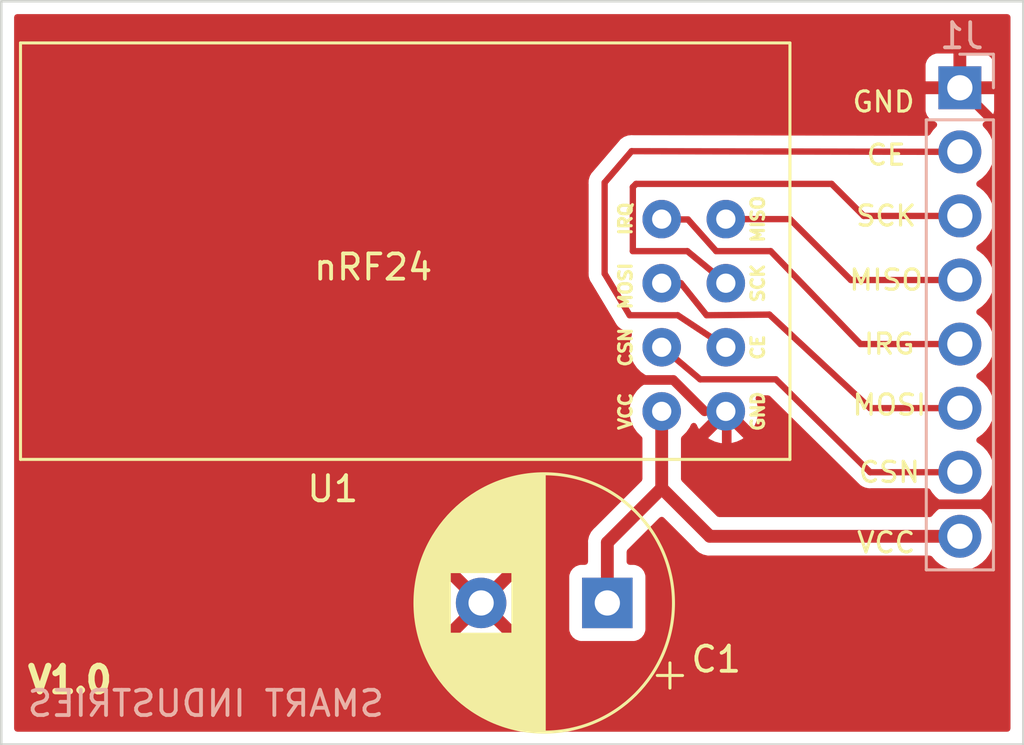
<source format=kicad_pcb>
(kicad_pcb (version 20211014) (generator pcbnew)
  (title_block (title "nRF24 breakout Board") (date "2022-05-22") (rev "1.0") (company "SMART INDUSTRIES") (comment 1 "CEO"))
  (layers (0 "F.Cu" signal) (31 "B.Cu" signal) (34 "B.Paste" user) (35 "F.Paste" user) (36 "B.SilkS" user "B.Silkscreen") (37 "F.SilkS" user "F.Silkscreen") (38 "B.Mask" user) (39 "F.Mask" user) (44 "Edge.Cuts" user))
  (net 0 "")
  (net 1 "Net-(C1-Pad1)")
  (net 2 "Net-(C1-Pad2)")
  (net 3 "Net-(J1-Pad2)")
  (net 4 "Net-(J1-Pad3)")
  (net 5 "Net-(J1-Pad4)")
  (net 6 "Net-(J1-Pad5)")
  (net 7 "Net-(J1-Pad6)")
  (net 8 "Net-(J1-Pad7)")
  (footprint "Capacitor_THT:CP_Radial_D10.0mm_P5.00mm" (layer "F.Cu") (at 154.945477 101.7016 180)
    (fp_text reference "C1" (at -4.312523 -2.2352) (layer "F.SilkS"))
    (fp_text value "10uF")
    (fp_line (start 4.701 1.241) (end 4.701 4.584) (layer "F.SilkS") (width 0.12))
    (fp_line (start 4.501 1.241) (end 4.501 4.674) (layer "F.SilkS") (width 0.12))
    (fp_line (start 5.181 -4.323) (end 5.181 -1.241) (layer "F.SilkS") (width 0.12))
    (fp_line (start 6.661 -2.945) (end 6.661 2.945) (layer "F.SilkS") (width 0.12))
    (fp_line (start 3.741 -4.928) (end 3.741 4.928) (layer "F.SilkS") (width 0.12))
    (fp_line (start 2.66 -5.078) (end 2.66 5.078) (layer "F.SilkS") (width 0.12))
    (fp_line (start 6.101 1.241) (end 6.101 3.601) (layer "F.SilkS") (width 0.12))
    (fp_line (start 3.621 -4.956) (end 3.621 4.956) (layer "F.SilkS") (width 0.12))
    (fp_line (start 5.781 1.241) (end 5.781 3.892) (layer "F.SilkS") (width 0.12))
    (fp_line (start 5.381 -4.194) (end 5.381 -1.241) (layer "F.SilkS") (width 0.12))
    (fp_line (start 5.061 -4.395) (end 5.061 -1.241) (layer "F.SilkS") (width 0.12))
    (fp_line (start 7.261 -1.846) (end 7.261 1.846) (layer "F.SilkS") (width 0.12))
    (fp_line (start 7.221 -1.944) (end 7.221 1.944) (layer "F.SilkS") (width 0.12))
    (fp_line (start 7.421 -1.378) (end 7.421 1.378) (layer "F.SilkS") (width 0.12))
    (fp_line (start 5.341 1.241) (end 5.341 4.221) (layer "F.SilkS") (width 0.12))
    (fp_line (start 3.18 -5.035) (end 3.18 5.035) (layer "F.SilkS") (width 0.12))
    (fp_line (start 5.461 1.241) (end 5.461 4.138) (layer "F.SilkS") (width 0.12))
    (fp_line (start 5.901 -3.789) (end 5.901 -1.241) (layer "F.SilkS") (width 0.12))
    (fp_line (start 5.181 1.241) (end 5.181 4.323) (layer "F.SilkS") (width 0.12))
    (fp_line (start 5.941 1.241) (end 5.941 3.753) (layer "F.SilkS") (width 0.12))
    (fp_line (start 5.621 1.241) (end 5.621 4.02) (layer "F.SilkS") (width 0.12))
    (fp_line (start 6.781 -2.77) (end 6.781 2.77) (layer "F.SilkS") (width 0.12))
    (fp_line (start 4.541 1.241) (end 4.541 4.657) (layer "F.SilkS") (width 0.12))
    (fp_line (start 3.981 1.241) (end 3.981 4.862) (layer "F.SilkS") (width 0.12))
    (fp_line (start 7.541 -0.862) (end 7.541 0.862) (layer "F.SilkS") (width 0.12))
    (fp_line (start 5.301 1.241) (end 5.301 4.247) (layer "F.SilkS") (width 0.12))
    (fp_line (start 3.341 -5.011) (end 3.341 5.011) (layer "F.SilkS") (width 0.12))
    (fp_line (start 3.381 -5.004) (end 3.381 5.004) (layer "F.SilkS") (width 0.12))
    (fp_line (start 3.941 -4.874) (end 3.941 -1.241) (layer "F.SilkS") (width 0.12))
    (fp_line (start 4.341 1.241) (end 4.341 4.738) (layer "F.SilkS") (width 0.12))
    (fp_line (start 6.221 -3.478) (end 6.221 -1.241) (layer "F.SilkS") (width 0.12))
    (fp_line (start 2.94 -5.062) (end 2.94 5.062) (layer "F.SilkS") (width 0.12))
    (fp_line (start 7.581 -0.599) (end 7.581 0.599) (layer "F.SilkS") (width 0.12))
    (fp_line (start 5.501 -4.11) (end 5.501 -1.241) (layer "F.SilkS") (width 0.12))
    (fp_line (start 3.821 1.241) (end 3.821 4.907) (layer "F.SilkS") (width 0.12))
    (fp_line (start 5.621 -4.02) (end 5.621 -1.241) (layer "F.SilkS") (width 0.12))
    (fp_line (start 6.981 -2.439) (end 6.981 2.439) (layer "F.SilkS") (width 0.12))
    (fp_line (start 6.381 -3.301) (end 6.381 3.301) (layer "F.SilkS") (width 0.12))
    (fp_line (start 4.941 -4.462) (end 4.941 -1.241) (layer "F.SilkS") (width 0.12))
    (fp_line (start 4.541 -4.657) (end 4.541 -1.241) (layer "F.SilkS") (width 0.12))
    (fp_line (start 3.14 -5.04) (end 3.14 5.04) (layer "F.SilkS") (width 0.12))
    (fp_line (start 3.461 -4.99) (end 3.461 4.99) (layer "F.SilkS") (width 0.12))
    (fp_line (start 5.341 -4.221) (end 5.341 -1.241) (layer "F.SilkS") (width 0.12))
    (fp_line (start 4.621 -4.621) (end 4.621 -1.241) (layer "F.SilkS") (width 0.12))
    (fp_line (start 6.181 1.241) (end 6.181 3.52) (layer "F.SilkS") (width 0.12))
    (fp_line (start 4.981 -4.44) (end 4.981 -1.241) (layer "F.SilkS") (width 0.12))
    (fp_line (start 6.421 -3.254) (end 6.421 3.254) (layer "F.SilkS") (width 0.12))
    (fp_line (start 7.021 -2.365) (end 7.021 2.365) (layer "F.SilkS") (width 0.12))
    (fp_line (start 4.861 1.241) (end 4.861 4.504) (layer "F.SilkS") (width 0.12))
    (fp_line (start 2.78 -5.073) (end 2.78 5.073) (layer "F.SilkS") (width 0.12))
    (fp_line (start 7.461 -1.23) (end 7.461 1.23) (layer "F.SilkS") (width 0.12))
    (fp_line (start 4.821 1.241) (end 4.821 4.525) (layer "F.SilkS") (width 0.12))
    (fp_line (start -2.979646 -2.875) (end -1.979646 -2.875) (layer "F.SilkS") (width 0.12))
    (fp_line (start 4.821 -4.525) (end 4.821 -1.241) (layer "F.SilkS") (width 0.12))
    (fp_line (start 5.941 -3.753) (end 5.941 -1.241) (layer "F.SilkS") (width 0.12))
    (fp_line (start 4.461 1.241) (end 4.461 4.69) (layer "F.SilkS") (width 0.12))
    (fp_line (start 5.221 -4.298) (end 5.221 -1.241) (layer "F.SilkS") (width 0.12))
    (fp_line (start 4.261 -4.768) (end 4.261 -1.241) (layer "F.SilkS") (width 0.12))
    (fp_line (start 3.661 -4.947) (end 3.661 4.947) (layer "F.SilkS") (width 0.12))
    (fp_line (start 5.981 1.241) (end 5.981 3.716) (layer "F.SilkS") (width 0.12))
    (fp_line (start 4.421 1.241) (end 4.421 4.707) (layer "F.SilkS") (width 0.12))
    (fp_line (start 4.581 1.241) (end 4.581 4.639) (layer "F.SilkS") (width 0.12))
    (fp_line (start 6.461 -3.206) (end 6.461 3.206) (layer "F.SilkS") (width 0.12))
    (fp_line (start 7.381 -1.51) (end 7.381 1.51) (layer "F.SilkS") (width 0.12))
    (fp_line (start 4.581 -4.639) (end 4.581 -1.241) (layer "F.SilkS") (width 0.12))
    (fp_line (start 6.261 -3.436) (end 6.261 3.436) (layer "F.SilkS") (width 0.12))
    (fp_line (start 5.741 -3.925) (end 5.741 -1.241) (layer "F.SilkS") (width 0.12))
    (fp_line (start 5.901 1.241) (end 5.901 3.789) (layer "F.SilkS") (width 0.12))
    (fp_line (start 5.461 -4.138) (end 5.461 -1.241) (layer "F.SilkS") (width 0.12))
    (fp_line (start 3.541 -4.974) (end 3.541 4.974) (layer "F.SilkS") (width 0.12))
    (fp_line (start 4.781 1.241) (end 4.781 4.545) (layer "F.SilkS") (width 0.12))
    (fp_line (start 3.06 -5.05) (end 3.06 5.05) (layer "F.SilkS") (width 0.12))
    (fp_line (start 6.141 1.241) (end 6.141 3.561) (layer "F.SilkS") (width 0.12))
    (fp_line (start 6.581 -3.054) (end 6.581 3.054) (layer "F.SilkS") (width 0.12))
    (fp_line (start 3.821 -4.907) (end 3.821 -1.241) (layer "F.SilkS") (width 0.12))
    (fp_line (start 2.62 -5.079) (end 2.62 5.079) (layer "F.SilkS") (width 0.12))
    (fp_line (start 4.261 1.241) (end 4.261 4.768) (layer "F.SilkS") (width 0.12))
    (fp_line (start 3.261 -5.024) (end 3.261 5.024) (layer "F.SilkS") (width 0.12))
    (fp_line (start 4.741 -4.564) (end 4.741 -1.241) (layer "F.SilkS") (width 0.12))
    (fp_line (start 2.9 -5.065) (end 2.9 5.065) (layer "F.SilkS") (width 0.12))
    (fp_line (start 4.701 -4.584) (end 4.701 -1.241) (layer "F.SilkS") (width 0.12))
    (fp_line (start 2.58 -5.08) (end 2.58 5.08) (layer "F.SilkS") (width 0.12))
    (fp_line (start 3.701 -4.938) (end 3.701 4.938) (layer "F.SilkS") (width 0.12))
    (fp_line (start 4.061 1.241) (end 4.061 4.837) (layer "F.SilkS") (width 0.12))
    (fp_line (start 4.501 -4.674) (end 4.501 -1.241) (layer "F.SilkS") (width 0.12))
    (fp_line (start 5.221 1.241) (end 5.221 4.298) (layer "F.SilkS") (width 0.12))
    (fp_line (start 4.981 1.241) (end 4.981 4.44) (layer "F.SilkS") (width 0.12))
    (fp_line (start 5.421 -4.166) (end 5.421 -1.241) (layer "F.SilkS") (width 0.12))
    (fp_line (start 6.701 -2.889) (end 6.701 2.889) (layer "F.SilkS") (width 0.12))
    (fp_line (start 5.781 -3.892) (end 5.781 -1.241) (layer "F.SilkS") (width 0.12))
    (fp_line (start 6.341 -3.347) (end 6.341 3.347) (layer "F.SilkS") (width 0.12))
    (fp_line (start 5.301 -4.247) (end 5.301 -1.241) (layer "F.SilkS") (width 0.12))
    (fp_line (start 4.661 1.241) (end 4.661 4.603) (layer "F.SilkS") (width 0.12))
    (fp_line (start 3.781 -4.918) (end 3.781 -1.241) (layer "F.SilkS") (width 0.12))
    (fp_line (start 3.02 -5.054) (end 3.02 5.054) (layer "F.SilkS") (width 0.12))
    (fp_line (start 5.021 -4.417) (end 5.021 -1.241) (layer "F.SilkS") (width 0.12))
    (fp_line (start 3.501 -4.982) (end 3.501 4.982) (layer "F.SilkS") (width 0.12))
    (fp_line (start 5.541 1.241) (end 5.541 4.08) (layer "F.SilkS") (width 0.12))
    (fp_line (start 2.54 -5.08) (end 2.54 5.08) (layer "F.SilkS") (width 0.12))
    (fp_line (start 5.661 -3.989) (end 5.661 -1.241) (layer "F.SilkS") (width 0.12))
    (fp_line (start 6.021 -3.679) (end 6.021 -1.241) (layer "F.SilkS") (width 0.12))
    (fp_line (start 6.741 -2.83) (end 6.741 2.83) (layer "F.SilkS") (width 0.12))
    (fp_line (start 5.501 1.241) (end 5.501 4.11) (layer "F.SilkS") (width 0.12))
    (fp_line (start 3.981 -4.862) (end 3.981 -1.241) (layer "F.SilkS") (width 0.12))
    (fp_line (start 3.861 -4.897) (end 3.861 -1.241) (layer "F.SilkS") (width 0.12))
    (fp_line (start 4.061 -4.837) (end 4.061 -1.241) (layer "F.SilkS") (width 0.12))
    (fp_line (start 4.221 -4.783) (end 4.221 -1.241) (layer "F.SilkS") (width 0.12))
    (fp_line (start 5.821 -3.858) (end 5.821 -1.241) (layer "F.SilkS") (width 0.12))
    (fp_line (start 3.421 -4.997) (end 3.421 4.997) (layer "F.SilkS") (width 0.12))
    (fp_line (start 4.301 -4.754) (end 4.301 -1.241) (layer "F.SilkS") (width 0.12))
    (fp_line (start 6.901 -2.579) (end 6.901 2.579) (layer "F.SilkS") (width 0.12))
    (fp_line (start 6.141 -3.561) (end 6.141 -1.241) (layer "F.SilkS") (width 0.12))
    (fp_line (start 5.701 -3.957) (end 5.701 -1.241) (layer "F.SilkS") (width 0.12))
    (fp_line (start 5.741 1.241) (end 5.741 3.925) (layer "F.SilkS") (width 0.12))
    (fp_line (start 6.501 -3.156) (end 6.501 3.156) (layer "F.SilkS") (width 0.12))
    (fp_line (start 3.221 -5.03) (end 3.221 5.03) (layer "F.SilkS") (width 0.12))
    (fp_line (start 3.1 -5.045) (end 3.1 5.045) (layer "F.SilkS") (width 0.12))
    (fp_line (start 2.86 -5.068) (end 2.86 5.068) (layer "F.SilkS") (width 0.12))
    (fp_line (start 3.901 -4.885) (end 3.901 -1.241) (layer "F.SilkS") (width 0.12))
    (fp_line (start 5.261 1.241) (end 5.261 4.273) (layer "F.SilkS") (width 0.12))
    (fp_line (start 4.621 1.241) (end 4.621 4.621) (layer "F.SilkS") (width 0.12))
    (fp_line (start 4.221 1.241) (end 4.221 4.783) (layer "F.SilkS") (width 0.12))
    (fp_line (start 5.541 -4.08) (end 5.541 -1.241) (layer "F.SilkS") (width 0.12))
    (fp_line (start 6.541 -3.106) (end 6.541 3.106) (layer "F.SilkS") (width 0.12))
    (fp_line (start 5.581 1.241) (end 5.581 4.05) (layer "F.SilkS") (width 0.12))
    (fp_line (start 5.661 1.241) (end 5.661 3.989) (layer "F.SilkS") (width 0.12))
    (fp_line (start 4.181 1.241) (end 4.181 4.797) (layer "F.SilkS") (width 0.12))
    (fp_line (start 5.421 1.241) (end 5.421 4.166) (layer "F.SilkS") (width 0.12))
    (fp_line (start 4.021 1.241) (end 4.021 4.85) (layer "F.SilkS") (width 0.12))
    (fp_line (start 7.341 -1.63) (end 7.341 1.63) (layer "F.SilkS") (width 0.12))
    (fp_line (start 5.101 1.241) (end 5.101 4.371) (layer "F.SilkS") (width 0.12))
    (fp_line (start 7.141 -2.125) (end 7.141 2.125) (layer "F.SilkS") (width 0.12))
    (fp_line (start 5.981 -3.716) (end 5.981 -1.241) (layer "F.SilkS") (width 0.12))
    (fp_line (start 5.021 1.241) (end 5.021 4.417) (layer "F.SilkS") (width 0.12))
    (fp_line (start 5.141 1.241) (end 5.141 4.347) (layer "F.SilkS") (width 0.12))
    (fp_line (start 6.061 1.241) (end 6.061 3.64) (layer "F.SilkS") (width 0.12))
    (fp_line (start 4.661 -4.603) (end 4.661 -1.241) (layer "F.SilkS") (width 0.12))
    (fp_line (start -2.479646 -3.375) (end -2.479646 -2.375) (layer "F.SilkS") (width 0.12))
    (fp_line (start 5.381 1.241) (end 5.381 4.194) (layer "F.SilkS") (width 0.12))
    (fp_line (start 5.261 -4.273) (end 5.261 -1.241) (layer "F.SilkS") (width 0.12))
    (fp_line (start 4.101 -4.824) (end 4.101 -1.241) (layer "F.SilkS") (width 0.12))
    (fp_line (start 6.821 -2.709) (end 6.821 2.709) (layer "F.SilkS") (width 0.12))
    (fp_line (start 6.181 -3.52) (end 6.181 -1.241) (layer "F.SilkS") (width 0.12))
    (fp_line (start 4.741 1.241) (end 4.741 4.564) (layer "F.SilkS") (width 0.12))
    (fp_line (start 3.901 1.241) (end 3.901 4.885) (layer "F.SilkS") (width 0.12))
    (fp_line (start 7.101 -2.209) (end 7.101 2.209) (layer "F.SilkS") (width 0.12))
    (fp_line (start 6.101 -3.601) (end 6.101 -1.241) (layer "F.SilkS") (width 0.12))
    (fp_line (start 2.7 -5.077) (end 2.7 5.077) (layer "F.SilkS") (width 0.12))
    (fp_line (start 5.141 -4.347) (end 5.141 -1.241) (layer "F.SilkS") (width 0.12))
    (fp_line (start 4.341 -4.738) (end 4.341 -1.241) (layer "F.SilkS") (width 0.12))
    (fp_line (start 4.861 -4.504) (end 4.861 -1.241) (layer "F.SilkS") (width 0.12))
    (fp_line (start 4.021 -4.85) (end 4.021 -1.241) (layer "F.SilkS") (width 0.12))
    (fp_line (start 4.381 1.241) (end 4.381 4.723) (layer "F.SilkS") (width 0.12))
    (fp_line (start 4.781 -4.545) (end 4.781 -1.241) (layer "F.SilkS") (width 0.12))
    (fp_line (start 3.781 1.241) (end 3.781 4.918) (layer "F.SilkS") (width 0.12))
    (fp_line (start 3.941 1.241) (end 3.941 4.874) (layer "F.SilkS") (width 0.12))
    (fp_line (start 6.061 -3.64) (end 6.061 -1.241) (layer "F.SilkS") (width 0.12))
    (fp_line (start 5.581 -4.05) (end 5.581 -1.241) (layer "F.SilkS") (width 0.12))
    (fp_line (start 4.301 1.241) (end 4.301 4.754) (layer "F.SilkS") (width 0.12))
    (fp_line (start 5.821 1.241) (end 5.821 3.858) (layer "F.SilkS") (width 0.12))
    (fp_line (start 6.021 1.241) (end 6.021 3.679) (layer "F.SilkS") (width 0.12))
    (fp_line (start 5.061 1.241) (end 5.061 4.395) (layer "F.SilkS") (width 0.12))
    (fp_line (start 4.901 -4.483) (end 4.901 -1.241) (layer "F.SilkS") (width 0.12))
    (fp_line (start 2.98 -5.058) (end 2.98 5.058) (layer "F.SilkS") (width 0.12))
    (fp_line (start 2.82 -5.07) (end 2.82 5.07) (layer "F.SilkS") (width 0.12))
    (fp_line (start 4.901 1.241) (end 4.901 4.483) (layer "F.SilkS") (width 0.12))
    (fp_line (start 7.501 -1.062) (end 7.501 1.062) (layer "F.SilkS") (width 0.12))
    (fp_line (start 7.181 -2.037) (end 7.181 2.037) (layer "F.SilkS") (width 0.12))
    (fp_line (start 5.861 1.241) (end 5.861 3.824) (layer "F.SilkS") (width 0.12))
    (fp_line (start 4.141 -4.811) (end 4.141 -1.241) (layer "F.SilkS") (width 0.12))
    (fp_line (start 2.5 -5.08) (end 2.5 5.08) (layer "F.SilkS") (width 0.12))
    (fp_line (start 5.701 1.241) (end 5.701 3.957) (layer "F.SilkS") (width 0.12))
    (fp_line (start 2.74 -5.075) (end 2.74 5.075) (layer "F.SilkS") (width 0.12))
    (fp_line (start 3.581 -4.965) (end 3.581 4.965) (layer "F.SilkS") (width 0.12))
    (fp_line (start 6.221 1.241) (end 6.221 3.478) (layer "F.SilkS") (width 0.12))
    (fp_line (start 6.941 -2.51) (end 6.941 2.51) (layer "F.SilkS") (width 0.12))
    (fp_line (start 3.301 -5.018) (end 3.301 5.018) (layer "F.SilkS") (width 0.12))
    (fp_line (start 4.181 -4.797) (end 4.181 -1.241) (layer "F.SilkS") (width 0.12))
    (fp_line (start 6.621 -3) (end 6.621 3) (layer "F.SilkS") (width 0.12))
    (fp_line (start 4.101 1.241) (end 4.101 4.824) (layer "F.SilkS") (width 0.12))
    (fp_line (start 7.301 -1.742) (end 7.301 1.742) (layer "F.SilkS") (width 0.12))
    (fp_line (start 5.101 -4.371) (end 5.101 -1.241) (layer "F.SilkS") (width 0.12))
    (fp_line (start 4.941 1.241) (end 4.941 4.462) (layer "F.SilkS") (width 0.12))
    (fp_line (start 4.141 1.241) (end 4.141 4.811) (layer "F.SilkS") (width 0.12))
    (fp_line (start 4.461 -4.69) (end 4.461 -1.241) (layer "F.SilkS") (width 0.12))
    (fp_line (start 3.861 1.241) (end 3.861 4.897) (layer "F.SilkS") (width 0.12))
    (fp_line (start 7.061 -2.289) (end 7.061 2.289) (layer "F.SilkS") (width 0.12))
    (fp_line (start 5.861 -3.824) (end 5.861 -1.241) (layer "F.SilkS") (width 0.12))
    (fp_line (start 4.381 -4.723) (end 4.381 -1.241) (layer "F.SilkS") (width 0.12))
    (fp_line (start 6.301 -3.392) (end 6.301 3.392) (layer "F.SilkS") (width 0.12))
    (fp_line (start 6.861 -2.645) (end 6.861 2.645) (layer "F.SilkS") (width 0.12))
    (fp_line (start 4.421 -4.707) (end 4.421 -1.241) (layer "F.SilkS") (width 0.12))
    (fp_circle (center 2.5 0) (end 7.62 0) (layer "F.SilkS") (width 0.12) (fill none))
    (pad "1" thru_hole rect (at 0 0 180) (size 2 2) (drill 1) (layers *.Cu *.Mask) (net 1 "Net-(C1-Pad1)"))
    (pad "2" thru_hole circle (at 5 0 180) (size 2 2) (drill 1) (layers *.Cu *.Mask) (net 2 "Net-(C1-Pad2)"))
  )
  (footprint "CustomFootprints:nRF24" (layer "F.Cu") (at 153.289 90.932)
    (fp_text reference "U1" (at -9.2202 6.2484 unlocked) (layer "F.SilkS"))
    (fp_text value "nRF24" (at -7.62 -2.54 unlocked) (layer "F.SilkS"))
    (fp_text user "SCK" (at 7.62 -1.905 90 unlocked) (layer "F.SilkS") (effects (font (size 0.5 0.5) (thickness 0.125))))
    (fp_text user "MOSI" (at 2.377 -1.791 90 unlocked) (layer "F.SilkS") (effects (font (size 0.5 0.5) (thickness 0.125))))
    (fp_text user "IRQ" (at 2.377 -4.458 90 unlocked) (layer "F.SilkS") (effects (font (size 0.5 0.5) (thickness 0.125))))
    (fp_text user "GND" (at 7.62 3.175 90 unlocked) (layer "F.SilkS") (effects (font (size 0.5 0.5) (thickness 0.125))))
    (fp_text user "CE" (at 7.62 0.635 90 unlocked) (layer "F.SilkS") (effects (font (size 0.5 0.5) (thickness 0.125))))
    (fp_text user "CSN" (at 2.377 0.635 90 unlocked) (layer "F.SilkS") (effects (font (size 0.5 0.5) (thickness 0.125))))
    (fp_text user "VCC" (at 2.377 3.175 90 unlocked) (layer "F.SilkS") (effects (font (size 0.5 0.5) (thickness 0.125))))
    (fp_text user "MISO" (at 7.62 -4.445 90 unlocked) (layer "F.SilkS") (effects (font (size 0.5 0.5) (thickness 0.125))))
    (fp_line (start 8.89 -11.43) (end -21.59 -11.43) (layer "F.SilkS") (width 0.12))
    (fp_line (start -21.59 5.08) (end 8.89 5.08) (layer "F.SilkS") (width 0.12))
    (fp_line (start -21.59 -11.43) (end -21.59 5.08) (layer "F.SilkS") (width 0.12))
    (fp_line (start 8.89 5.08) (end 8.89 -11.43) (layer "F.SilkS") (width 0.12))
    (pad "0" thru_hole circle (at 6.35 3.175) (size 1.524 1.524) (drill 0.762) (layers *.Cu *.Mask) (net 2 "Net-(C1-Pad2)"))
    (pad "1" thru_hole circle (at 6.35 0.635) (size 1.524 1.524) (drill 0.762) (layers *.Cu *.Mask) (net 3 "Net-(J1-Pad2)"))
    (pad "2" thru_hole circle (at 6.35 -1.905) (size 1.524 1.524) (drill 0.762) (layers *.Cu *.Mask) (net 4 "Net-(J1-Pad3)"))
    (pad "3" thru_hole circle (at 6.35 -4.445) (size 1.524 1.524) (drill 0.762) (layers *.Cu *.Mask) (net 5 "Net-(J1-Pad4)"))
    (pad "4" thru_hole circle (at 3.81 -4.445) (size 1.524 1.524) (drill 0.762) (layers *.Cu *.Mask) (net 6 "Net-(J1-Pad5)"))
    (pad "5" thru_hole circle (at 3.81 -1.905) (size 1.524 1.524) (drill 0.762) (layers *.Cu *.Mask) (net 7 "Net-(J1-Pad6)"))
    (pad "6" thru_hole circle (at 3.81 0.635) (size 1.524 1.524) (drill 0.762) (layers *.Cu *.Mask) (net 8 "Net-(J1-Pad7)"))
    (pad "7" thru_hole circle (at 3.81 3.175) (size 1.524 1.524) (drill 0.762) (layers *.Cu *.Mask) (net 1 "Net-(C1-Pad1)"))
  )
  (footprint "Connector_PinHeader_2.54mm:PinHeader_1x08_P2.54mm_Vertical" (layer "B.Cu") (at 168.91 81.28 180)
    (fp_text reference "J1" (at -0.0762 2.0574) (layer "B.SilkS") (effects (justify mirror)))
    (fp_text value "Conn_01x08_Male")
    (fp_line (start -1.33 -19.11) (end 1.33 -19.11) (layer "B.SilkS") (width 0.12))
    (fp_line (start 1.33 -1.27) (end 1.33 -19.11) (layer "B.SilkS") (width 0.12))
    (fp_line (start -1.33 -1.27) (end 1.33 -1.27) (layer "B.SilkS") (width 0.12))
    (fp_line (start -1.33 1.33) (end 0 1.33) (layer "B.SilkS") (width 0.12))
    (fp_line (start -1.33 0) (end -1.33 1.33) (layer "B.SilkS") (width 0.12))
    (fp_line (start -1.33 -1.27) (end -1.33 -19.11) (layer "B.SilkS") (width 0.12))
    (pad "1" thru_hole rect (at 0 0 180) (size 1.7 1.7) (drill 1) (layers *.Cu *.Mask) (net 2 "Net-(C1-Pad2)"))
    (pad "2" thru_hole oval (at 0 -2.54 180) (size 1.7 1.7) (drill 1) (layers *.Cu *.Mask) (net 3 "Net-(J1-Pad2)"))
    (pad "3" thru_hole oval (at 0 -5.08 180) (size 1.7 1.7) (drill 1) (layers *.Cu *.Mask) (net 4 "Net-(J1-Pad3)"))
    (pad "4" thru_hole oval (at 0 -7.62 180) (size 1.7 1.7) (drill 1) (layers *.Cu *.Mask) (net 5 "Net-(J1-Pad4)"))
    (pad "5" thru_hole oval (at 0 -10.16 180) (size 1.7 1.7) (drill 1) (layers *.Cu *.Mask) (net 6 "Net-(J1-Pad5)"))
    (pad "6" thru_hole oval (at 0 -12.7 180) (size 1.7 1.7) (drill 1) (layers *.Cu *.Mask) (net 7 "Net-(J1-Pad6)"))
    (pad "7" thru_hole oval (at 0 -15.24 180) (size 1.7 1.7) (drill 1) (layers *.Cu *.Mask) (net 8 "Net-(J1-Pad7)"))
    (pad "8" thru_hole oval (at 0 -17.78 180) (size 1.7 1.7) (drill 1) (layers *.Cu *.Mask) (net 1 "Net-(C1-Pad1)"))
  )
  (gr_rect (start 130.937 77.851) (end 171.4246 107.315) (layer "Edge.Cuts") (width 0.1) (fill none))
  (gr_text "SMART INDUSTRIES" (at 139.0396 105.6894) (layer "B.SilkS") (effects (font (size 1 1)) (justify mirror)))
  (gr_text "SCK" (at 165.989 86.36) (layer "F.SilkS") (effects (font (size 0.8 0.8) (thickness 0.125))))
  (gr_text "VCC" (at 165.989 99.314) (layer "F.SilkS") (effects (font (size 0.8 0.8) (thickness 0.125))))
  (gr_text "MOSI" (at 166.116 93.853) (layer "F.SilkS") (effects (font (size 0.8 0.8) (thickness 0.125))))
  (gr_text "GND" (at 165.8874 81.8388) (layer "F.SilkS") (effects (font (size 0.8 0.8) (thickness 0.125))))
  (gr_text "V1.0" (at 133.6548 104.7496) (layer "F.SilkS") (effects (font (size 1 1) (thickness 0.25))))
  (gr_text "CE" (at 165.989 83.947) (layer "F.SilkS") (effects (font (size 0.8 0.8) (thickness 0.125))))
  (gr_text "CSN" (at 166.116 96.52) (layer "F.SilkS") (effects (font (size 0.8 0.8) (thickness 0.125))))
  (gr_text "MISO" (at 165.989 88.9) (layer "F.SilkS") (effects (font (size 0.8 0.8) (thickness 0.125))))
  (gr_text "IRG" (at 166.116 91.44) (layer "F.SilkS") (effects (font (size 0.8 0.8) (thickness 0.125))))
  (segment (start 154.945477 99.308523) (end 157.099 97.155) (width 0.508) (layer "F.Cu") (net 1))
  (segment (start 154.945477 101.7016) (end 154.945477 99.308523) (width 0.508) (layer "F.Cu") (net 1))
  (segment (start 159.004 99.06) (end 157.099 97.155) (width 0.508) (layer "F.Cu") (net 1))
  (segment (start 159.004 99.06) (end 168.91 99.06) (width 0.508) (layer "F.Cu") (net 1))
  (segment (start 157.099 97.155) (end 157.099 94.107) (width 0.508) (layer "F.Cu") (net 1))
  (segment (start 159.675 96.302) (end 161.163 97.79) (width 0.381) (layer "F.Cu") (net 2))
  (segment (start 155.8798 92.8624) (end 157.5562 92.8624) (width 0.381) (layer "F.Cu") (net 2))
  (segment (start 149.945477 101.7016) (end 154.3558 97.291277) (width 0.381) (layer "F.Cu") (net 2))
  (segment (start 161.163 97.79) (end 170.561 97.79) (width 0.381) (layer "F.Cu") (net 2))
  (segment (start 159.675 94.12) (end 159.675 96.302) (width 0.381) (layer "F.Cu") (net 2))
  (segment (start 154.3558 97.291277) (end 154.3558 93.9546) (width 0.381) (layer "F.Cu") (net 2))
  (segment (start 170.561 97.79) (end 170.561 82.931) (width 0.381) (layer "F.Cu") (net 2))
  (segment (start 170.561 82.931) (end 168.91 81.28) (width 0.381) (layer "F.Cu") (net 2))
  (segment (start 158.8008 94.107) (end 159.639 94.107) (width 0.25) (layer "F.Cu") (net 2))
  (segment (start 154.3558 93.9546) (end 155.8798 92.8624) (width 0.381) (layer "F.Cu") (net 2))
  (segment (start 157.5562 92.8624) (end 158.8008 94.107) (width 0.381) (layer "F.Cu") (net 2))
  (segment (start 155.9052 83.7946) (end 168.91 83.82) (width 0.25) (layer "F.Cu") (net 3))
  (segment (start 154.8384 85.0392) (end 155.9052 83.7946) (width 0.25) (layer "F.Cu") (net 3))
  (segment (start 155.829 90.297) (end 154.8384 88.646) (width 0.25) (layer "F.Cu") (net 3))
  (segment (start 157.734 90.297) (end 155.829 90.297) (width 0.25) (layer "F.Cu") (net 3))
  (segment (start 159.675 91.58) (end 157.734 90.297) (width 0.25) (layer "F.Cu") (net 3))
  (segment (start 154.8384 88.646) (end 154.8384 85.0392) (width 0.25) (layer "F.Cu") (net 3))
  (segment (start 163.83 85.09) (end 165.1 86.36) (width 0.25) (layer "F.Cu") (net 4))
  (segment (start 155.956 85.217) (end 156.083 85.09) (width 0.25) (layer "F.Cu") (net 4))
  (segment (start 156.083 85.09) (end 163.83 85.09) (width 0.25) (layer "F.Cu") (net 4))
  (segment (start 158.115 87.757) (end 155.956 87.757) (width 0.25) (layer "F.Cu") (net 4))
  (segment (start 159.675 89.04) (end 158.115 87.757) (width 0.25) (layer "F.Cu") (net 4))
  (segment (start 165.1 86.36) (end 168.91 86.36) (width 0.25) (layer "F.Cu") (net 4))
  (segment (start 155.956 87.757) (end 155.956 85.217) (width 0.25) (layer "F.Cu") (net 4))
  (segment (start 164.592 88.9) (end 162.179 86.487) (width 0.25) (layer "F.Cu") (net 5))
  (segment (start 168.91 88.9) (end 164.592 88.9) (width 0.25) (layer "F.Cu") (net 5))
  (segment (start 162.179 86.487) (end 159.639 86.487) (width 0.25) (layer "F.Cu") (net 5))
  (segment (start 164.973 91.44) (end 168.91 91.44) (width 0.25) (layer "F.Cu") (net 6))
  (segment (start 158.13844 86.5) (end 159.258 87.757) (width 0.25) (layer "F.Cu") (net 6))
  (segment (start 157.135 86.5) (end 158.13844 86.5) (width 0.25) (layer "F.Cu") (net 6))
  (segment (start 159.258 87.757) (end 161.417 87.757) (width 0.25) (layer "F.Cu") (net 6))
  (segment (start 161.417 87.757) (end 164.973 91.44) (width 0.25) (layer "F.Cu") (net 6))
  (segment (start 161.3662 90.2716) (end 165.354 93.98) (width 0.25) (layer "F.Cu") (net 7))
  (segment (start 157.135 89.04) (end 157.861 89.027) (width 0.25) (layer "F.Cu") (net 7))
  (segment (start 157.861 89.027) (end 158.877 90.297) (width 0.25) (layer "F.Cu") (net 7))
  (segment (start 165.354 93.98) (end 168.91 93.98) (width 0.25) (layer "F.Cu") (net 7))
  (segment (start 158.877 90.297) (end 161.3662 90.2716) (width 0.25) (layer "F.Cu") (net 7))
  (segment (start 165.354 96.52) (end 168.91 96.52) (width 0.25) (layer "F.Cu") (net 8))
  (segment (start 157.135 91.58) (end 158.623 92.837) (width 0.25) (layer "F.Cu") (net 8))
  (segment (start 158.623 92.837) (end 161.6202 92.837) (width 0.25) (layer "F.Cu") (net 8))
  (segment (start 161.6202 92.837) (end 165.354 96.52) (width 0.25) (layer "F.Cu") (net 8))
  (zone (net 2) (net_name "Net-(C1-Pad2)") (layer "F.Cu") (connect_pads (clearance 0.508)) (min_thickness 0.254) (fill yes (thermal_gap 0.508) (thermal_bridge_width 0.508))
    (polygon (pts (xy 171.4246 107.315) (xy 130.937 107.2896) (xy 130.937 77.8764) (xy 130.9624 77.8764) (xy 171.4246 77.851)))
  )
)
</source>
